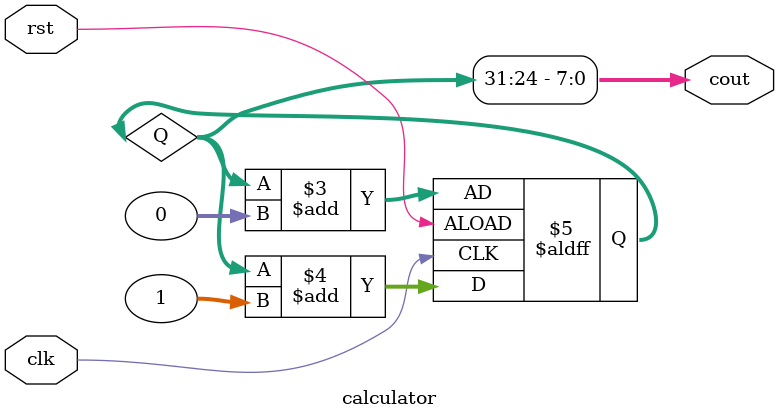
<source format=v>
module calculator (
    input clk, rst,
    output [7:0] cout
);
reg [31:0] Q;
always @(posedge clk or posedge rst)
begin 
    if (rst == 1) Q <= Q + 32'b0;
    else Q <= Q + 32'b1;
end
assign cout = Q[31:24];
endmodule
</source>
